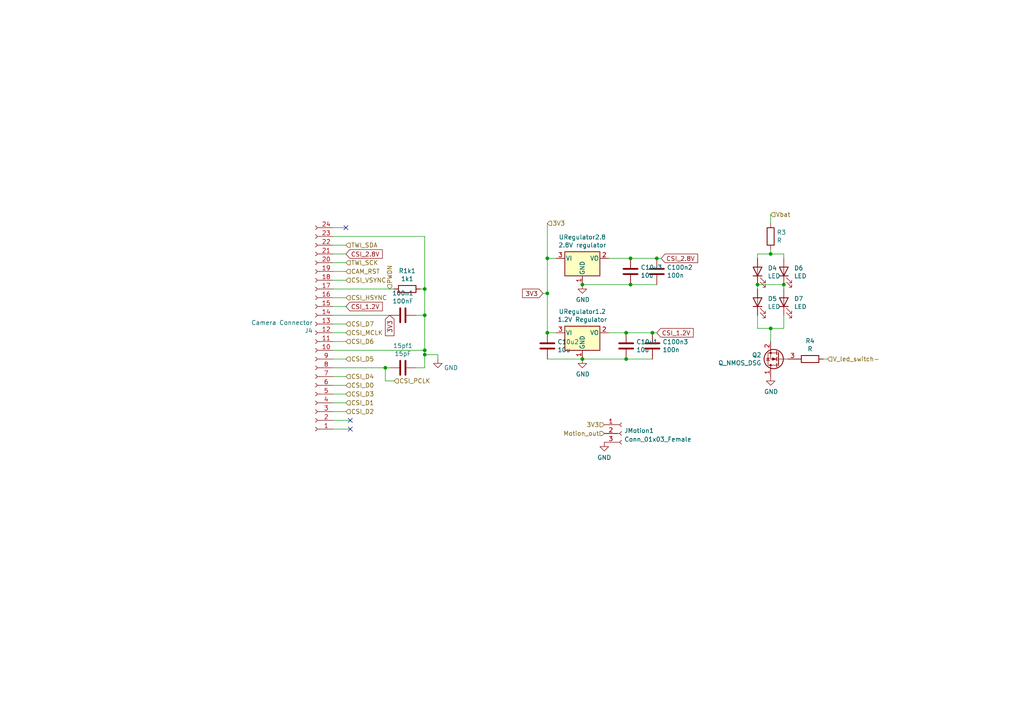
<source format=kicad_sch>
(kicad_sch (version 20211123) (generator eeschema)
  (paper "A4")
  (lib_symbols
    (symbol "Connector:Conn_01x03_Female" (pin_names (offset 1.016) hide)
      (property "Reference" "J" (at 0 5.08 0))
      (property "Value" "Conn_01x03_Female" (at 0 -5.08 0))
      (symbol "Conn_01x03_Female_1_1"
        (arc (start 0 -2.032) (mid -0.508 -2.54) (end 0 -3.048) (stroke (width 0.1524)))
        (polyline (pts (xy -1.27 -2.54) (xy -0.508 -2.54)) (stroke (width 0.1524)))
        (polyline (pts (xy -1.27 0) (xy -0.508 0)) (stroke (width 0.1524)))
        (polyline (pts (xy -1.27 2.54) (xy -0.508 2.54)) (stroke (width 0.1524)))
        (arc (start 0 0.508) (mid -0.508 0) (end 0 -0.508) (stroke (width 0.1524)))
        (arc (start 0 3.048) (mid -0.508 2.54) (end 0 2.032) (stroke (width 0.1524)))
        (pin passive line (at -5.08 2.54 0) (length 3.81) (name "Pin_1") (number "1"))
        (pin passive line (at -5.08 0 0) (length 3.81) (name "Pin_2") (number "2"))
        (pin passive line (at -5.08 -2.54 0) (length 3.81) (name "Pin_3") (number "3"))
      )
    )
    (symbol "Connector:Conn_01x24_Female" (pin_names (offset 1.016) hide)
      (property "Reference" "J" (at 0 30.48 0))
      (property "Value" "Conn_01x24_Female" (at 0 -33.02 0))
      (symbol "Conn_01x24_Female_1_1"
        (arc (start 0 -29.972) (mid -0.508 -30.48) (end 0 -30.988) (stroke (width 0.1524)))
        (arc (start 0 -27.432) (mid -0.508 -27.94) (end 0 -28.448) (stroke (width 0.1524)))
        (arc (start 0 -24.892) (mid -0.508 -25.4) (end 0 -25.908) (stroke (width 0.1524)))
        (arc (start 0 -22.352) (mid -0.508 -22.86) (end 0 -23.368) (stroke (width 0.1524)))
        (arc (start 0 -19.812) (mid -0.508 -20.32) (end 0 -20.828) (stroke (width 0.1524)))
        (arc (start 0 -17.272) (mid -0.508 -17.78) (end 0 -18.288) (stroke (width 0.1524)))
        (arc (start 0 -14.732) (mid -0.508 -15.24) (end 0 -15.748) (stroke (width 0.1524)))
        (arc (start 0 -12.192) (mid -0.508 -12.7) (end 0 -13.208) (stroke (width 0.1524)))
        (arc (start 0 -9.652) (mid -0.508 -10.16) (end 0 -10.668) (stroke (width 0.1524)))
        (arc (start 0 -7.112) (mid -0.508 -7.62) (end 0 -8.128) (stroke (width 0.1524)))
        (arc (start 0 -4.572) (mid -0.508 -5.08) (end 0 -5.588) (stroke (width 0.1524)))
        (arc (start 0 -2.032) (mid -0.508 -2.54) (end 0 -3.048) (stroke (width 0.1524)))
        (polyline (pts (xy -1.27 -30.48) (xy -0.508 -30.48)) (stroke (width 0.1524)))
        (polyline (pts (xy -1.27 -27.94) (xy -0.508 -27.94)) (stroke (width 0.1524)))
        (polyline (pts (xy -1.27 -25.4) (xy -0.508 -25.4)) (stroke (width 0.1524)))
        (polyline (pts (xy -1.27 -22.86) (xy -0.508 -22.86)) (stroke (width 0.1524)))
        (polyline (pts (xy -1.27 -20.32) (xy -0.508 -20.32)) (stroke (width 0.1524)))
        (polyline (pts (xy -1.27 -17.78) (xy -0.508 -17.78)) (stroke (width 0.1524)))
        (polyline (pts (xy -1.27 -15.24) (xy -0.508 -15.24)) (stroke (width 0.1524)))
        (polyline (pts (xy -1.27 -12.7) (xy -0.508 -12.7)) (stroke (width 0.1524)))
        (polyline (pts (xy -1.27 -10.16) (xy -0.508 -10.16)) (stroke (width 0.1524)))
        (polyline (pts (xy -1.27 -7.62) (xy -0.508 -7.62)) (stroke (width 0.1524)))
        (polyline (pts (xy -1.27 -5.08) (xy -0.508 -5.08)) (stroke (width 0.1524)))
        (polyline (pts (xy -1.27 -2.54) (xy -0.508 -2.54)) (stroke (width 0.1524)))
        (polyline (pts (xy -1.27 0) (xy -0.508 0)) (stroke (width 0.1524)))
        (polyline (pts (xy -1.27 2.54) (xy -0.508 2.54)) (stroke (width 0.1524)))
        (polyline (pts (xy -1.27 5.08) (xy -0.508 5.08)) (stroke (width 0.1524)))
        (polyline (pts (xy -1.27 7.62) (xy -0.508 7.62)) (stroke (width 0.1524)))
        (polyline (pts (xy -1.27 10.16) (xy -0.508 10.16)) (stroke (width 0.1524)))
        (polyline (pts (xy -1.27 12.7) (xy -0.508 12.7)) (stroke (width 0.1524)))
        (polyline (pts (xy -1.27 15.24) (xy -0.508 15.24)) (stroke (width 0.1524)))
        (polyline (pts (xy -1.27 17.78) (xy -0.508 17.78)) (stroke (width 0.1524)))
        (polyline (pts (xy -1.27 20.32) (xy -0.508 20.32)) (stroke (width 0.1524)))
        (polyline (pts (xy -1.27 22.86) (xy -0.508 22.86)) (stroke (width 0.1524)))
        (polyline (pts (xy -1.27 25.4) (xy -0.508 25.4)) (stroke (width 0.1524)))
        (polyline (pts (xy -1.27 27.94) (xy -0.508 27.94)) (stroke (width 0.1524)))
        (arc (start 0 0.508) (mid -0.508 0) (end 0 -0.508) (stroke (width 0.1524)))
        (arc (start 0 3.048) (mid -0.508 2.54) (end 0 2.032) (stroke (width 0.1524)))
        (arc (start 0 5.588) (mid -0.508 5.08) (end 0 4.572) (stroke (width 0.1524)))
        (arc (start 0 8.128) (mid -0.508 7.62) (end 0 7.112) (stroke (width 0.1524)))
        (arc (start 0 10.668) (mid -0.508 10.16) (end 0 9.652) (stroke (width 0.1524)))
        (arc (start 0 13.208) (mid -0.508 12.7) (end 0 12.192) (stroke (width 0.1524)))
        (arc (start 0 15.748) (mid -0.508 15.24) (end 0 14.732) (stroke (width 0.1524)))
        (arc (start 0 18.288) (mid -0.508 17.78) (end 0 17.272) (stroke (width 0.1524)))
        (arc (start 0 20.828) (mid -0.508 20.32) (end 0 19.812) (stroke (width 0.1524)))
        (arc (start 0 23.368) (mid -0.508 22.86) (end 0 22.352) (stroke (width 0.1524)))
        (arc (start 0 25.908) (mid -0.508 25.4) (end 0 24.892) (stroke (width 0.1524)))
        (arc (start 0 28.448) (mid -0.508 27.94) (end 0 27.432) (stroke (width 0.1524)))
        (pin passive line (at -5.08 27.94 0) (length 3.81) (name "Pin_1") (number "1"))
        (pin passive line (at -5.08 5.08 0) (length 3.81) (name "Pin_10") (number "10"))
        (pin passive line (at -5.08 2.54 0) (length 3.81) (name "Pin_11") (number "11"))
        (pin passive line (at -5.08 0 0) (length 3.81) (name "Pin_12") (number "12"))
        (pin passive line (at -5.08 -2.54 0) (length 3.81) (name "Pin_13") (number "13"))
        (pin passive line (at -5.08 -5.08 0) (length 3.81) (name "Pin_14") (number "14"))
        (pin passive line (at -5.08 -7.62 0) (length 3.81) (name "Pin_15") (number "15"))
        (pin passive line (at -5.08 -10.16 0) (length 3.81) (name "Pin_16") (number "16"))
        (pin passive line (at -5.08 -12.7 0) (length 3.81) (name "Pin_17") (number "17"))
        (pin passive line (at -5.08 -15.24 0) (length 3.81) (name "Pin_18") (number "18"))
        (pin passive line (at -5.08 -17.78 0) (length 3.81) (name "Pin_19") (number "19"))
        (pin passive line (at -5.08 25.4 0) (length 3.81) (name "Pin_2") (number "2"))
        (pin passive line (at -5.08 -20.32 0) (length 3.81) (name "Pin_20") (number "20"))
        (pin passive line (at -5.08 -22.86 0) (length 3.81) (name "Pin_21") (number "21"))
        (pin passive line (at -5.08 -25.4 0) (length 3.81) (name "Pin_22") (number "22"))
        (pin passive line (at -5.08 -27.94 0) (length 3.81) (name "Pin_23") (number "23"))
        (pin passive line (at -5.08 -30.48 0) (length 3.81) (name "Pin_24") (number "24"))
        (pin passive line (at -5.08 22.86 0) (length 3.81) (name "Pin_3") (number "3"))
        (pin passive line (at -5.08 20.32 0) (length 3.81) (name "Pin_4") (number "4"))
        (pin passive line (at -5.08 17.78 0) (length 3.81) (name "Pin_5") (number "5"))
        (pin passive line (at -5.08 15.24 0) (length 3.81) (name "Pin_6") (number "6"))
        (pin passive line (at -5.08 12.7 0) (length 3.81) (name "Pin_7") (number "7"))
        (pin passive line (at -5.08 10.16 0) (length 3.81) (name "Pin_8") (number "8"))
        (pin passive line (at -5.08 7.62 0) (length 3.81) (name "Pin_9") (number "9"))
      )
    )
    (symbol "Device:C" (pin_numbers hide) (pin_names (offset 0.254))
      (property "Reference" "C" (at 0.635 2.54 0))
      (property "Value" "C" (at 0.635 -2.54 0))
      (symbol "C_0_1"
        (polyline (pts (xy -2.032 -0.762) (xy 2.032 -0.762)) (stroke (width 0.508)))
        (polyline (pts (xy -2.032 0.762) (xy 2.032 0.762)) (stroke (width 0.508)))
      )
      (symbol "C_1_1"
        (pin passive line (at 0 3.81 270) (length 2.794) (name "~") (number "1"))
        (pin passive line (at 0 -3.81 90) (length 2.794) (name "~") (number "2"))
      )
    )
    (symbol "Device:LED" (pin_numbers hide) (pin_names (offset 1.016) hide)
      (property "Reference" "D" (at 0 2.54 0))
      (property "Value" "LED" (at 0 -2.54 0))
      (symbol "LED_0_1"
        (polyline (pts (xy -1.27 -1.27) (xy -1.27 1.27)) (stroke (width 0.254)))
        (polyline (pts (xy -1.27 0) (xy 1.27 0)))
        (polyline (pts (xy 1.27 -1.27) (xy 1.27 1.27) (xy -1.27 0) (xy 1.27 -1.27)) (stroke (width 0.254)))
        (polyline (pts (xy -3.048 -0.762) (xy -4.572 -2.286) (xy -3.81 -2.286) (xy -4.572 -2.286) (xy -4.572 -1.524)))
        (polyline (pts (xy -1.778 -0.762) (xy -3.302 -2.286) (xy -2.54 -2.286) (xy -3.302 -2.286) (xy -3.302 -1.524)))
      )
      (symbol "LED_1_1"
        (pin passive line (at -3.81 0 0) (length 2.54) (name "K") (number "1"))
        (pin passive line (at 3.81 0 180) (length 2.54) (name "A") (number "2"))
      )
    )
    (symbol "Device:Q_NMOS_DSG" (pin_names (offset 0) hide)
      (property "Reference" "Q" (at 5.08 1.27 0))
      (property "Value" "Q_NMOS_DSG" (at 5.08 -1.27 0))
      (symbol "Q_NMOS_DSG_0_1"
        (polyline (pts (xy 0.254 0) (xy -2.54 0)))
        (polyline (pts (xy 0.254 1.905) (xy 0.254 -1.905)) (stroke (width 0.254)))
        (polyline (pts (xy 0.762 -1.27) (xy 0.762 -2.286)) (stroke (width 0.254)))
        (polyline (pts (xy 0.762 0.508) (xy 0.762 -0.508)) (stroke (width 0.254)))
        (polyline (pts (xy 0.762 2.286) (xy 0.762 1.27)) (stroke (width 0.254)))
        (polyline (pts (xy 2.54 2.54) (xy 2.54 1.778)))
        (polyline (pts (xy 2.54 -2.54) (xy 2.54 0) (xy 0.762 0)))
        (polyline (pts (xy 0.762 -1.778) (xy 3.302 -1.778) (xy 3.302 1.778) (xy 0.762 1.778)))
        (polyline (pts (xy 1.016 0) (xy 2.032 0.381) (xy 2.032 -0.381) (xy 1.016 0)) (fill (type outline)))
        (polyline (pts (xy 2.794 0.508) (xy 2.921 0.381) (xy 3.683 0.381) (xy 3.81 0.254)))
        (polyline (pts (xy 3.302 0.381) (xy 2.921 -0.254) (xy 3.683 -0.254) (xy 3.302 0.381)))
        (circle (center 1.651 0) (radius 2.794) (stroke (width 0.254)))
        (circle (center 2.54 -1.778) (radius 0.254) (fill (type outline)))
        (circle (center 2.54 1.778) (radius 0.254) (fill (type outline)))
      )
      (symbol "Q_NMOS_DSG_1_1"
        (pin passive line (at 2.54 5.08 270) (length 2.54) (name "D") (number "1"))
        (pin passive line (at 2.54 -5.08 90) (length 2.54) (name "S") (number "2"))
        (pin input line (at -5.08 0 0) (length 2.54) (name "G") (number "3"))
      )
    )
    (symbol "Device:R" (pin_numbers hide) (pin_names (offset 0))
      (property "Reference" "R" (at 2.032 0 90))
      (property "Value" "R" (at 0 0 90))
      (symbol "R_0_1"
        (rectangle (start -1.016 -2.54) (end 1.016 2.54) (stroke (width 0.254)))
      )
      (symbol "R_1_1"
        (pin passive line (at 0 3.81 270) (length 1.27) (name "~") (number "1"))
        (pin passive line (at 0 -3.81 90) (length 1.27) (name "~") (number "2"))
      )
    )
    (symbol "Regulator_Linear:XC6206PxxxMR" (pin_names (offset 0.254))
      (property "Reference" "U" (at -3.81 3.175 0))
      (property "Value" "XC6206PxxxMR" (at 0 3.175 0))
      (symbol "XC6206PxxxMR_0_1"
        (rectangle (start -5.08 1.905) (end 5.08 -5.08) (stroke (width 0.254)) (fill (type background)))
      )
      (symbol "XC6206PxxxMR_1_1"
        (pin power_in line (at 0 -7.62 90) (length 2.54) (name "GND") (number "1"))
        (pin power_out line (at 7.62 0 180) (length 2.54) (name "VO") (number "2"))
        (pin power_in line (at -7.62 0 0) (length 2.54) (name "VI") (number "3"))
      )
    )
    (symbol "power:GND" (power) (pin_names (offset 0))
      (property "Value" "GND" (at 0 -3.81 0))
      (symbol "GND_0_1"
        (polyline (pts (xy 0 0) (xy 0 -1.27) (xy 1.27 -1.27) (xy 0 -2.54) (xy -1.27 -1.27) (xy 0 -1.27)))
      )
      (symbol "GND_1_1"
        (pin power_in line (at 0 0 270) (length 0) hide (name "GND") (number "1"))
      )
    )
  )
  (junction (at 223.52 73.66))
  (junction (at 158.75 74.93))
  (junction (at 227.33 82.55))
  (junction (at 182.88 74.93))
  (junction (at 189.23 96.52))
  (junction (at 158.75 96.52))
  (junction (at 111.76 106.68))
  (junction (at 158.75 85.09))
  (junction (at 123.19 91.44))
  (junction (at 123.19 102.87))
  (junction (at 168.91 82.55))
  (junction (at 123.19 83.82))
  (junction (at 168.91 104.14))
  (junction (at 123.19 101.6))
  (junction (at 182.88 82.55))
  (junction (at 181.61 104.14))
  (junction (at 223.52 95.25))
  (junction (at 181.61 96.52))
  (junction (at 219.71 82.55))
  (junction (at 190.5 74.93))
  (no_connect (at 101.6 124.46))
  (no_connect (at 101.6 121.92))
  (no_connect (at 100.33 66.04))
  (wire (pts (xy 190.5 96.52) (xy 189.23 96.52)))
  (wire (pts (xy 158.75 104.14) (xy 168.91 104.14)))
  (wire (pts (xy 176.53 96.52) (xy 181.61 96.52)))
  (wire (pts (xy 238.76 104.14) (xy 240.03 104.14)))
  (wire (pts (xy 111.76 106.68) (xy 111.76 110.49)))
  (wire (pts (xy 123.19 83.82) (xy 123.19 91.44)))
  (wire (pts (xy 219.71 74.93) (xy 219.71 73.66)))
  (wire (pts (xy 113.03 106.68) (xy 111.76 106.68)))
  (wire (pts (xy 158.75 64.77) (xy 158.75 74.93)))
  (wire (pts (xy 120.65 91.44) (xy 123.19 91.44)))
  (wire (pts (xy 96.52 116.84) (xy 100.33 116.84)))
  (wire (pts (xy 182.88 82.55) (xy 190.5 82.55)))
  (wire (pts (xy 157.48 85.09) (xy 158.75 85.09)))
  (wire (pts (xy 158.75 96.52) (xy 158.75 85.09)))
  (wire (pts (xy 158.75 96.52) (xy 161.29 96.52)))
  (wire (pts (xy 227.33 82.55) (xy 227.33 83.82)))
  (wire (pts (xy 191.77 74.93) (xy 190.5 74.93)))
  (wire (pts (xy 219.71 73.66) (xy 223.52 73.66)))
  (wire (pts (xy 96.52 109.22) (xy 100.33 109.22)))
  (wire (pts (xy 127 104.14) (xy 127 102.87)))
  (wire (pts (xy 223.52 95.25) (xy 227.33 95.25)))
  (wire (pts (xy 219.71 95.25) (xy 223.52 95.25)))
  (wire (pts (xy 114.3 83.82) (xy 96.52 83.82)))
  (wire (pts (xy 96.52 119.38) (xy 100.33 119.38)))
  (wire (pts (xy 123.19 83.82) (xy 121.92 83.82)))
  (wire (pts (xy 219.71 83.82) (xy 219.71 82.55)))
  (wire (pts (xy 127 102.87) (xy 123.19 102.87)))
  (wire (pts (xy 111.76 106.68) (xy 96.52 106.68)))
  (wire (pts (xy 219.71 91.44) (xy 219.71 95.25)))
  (wire (pts (xy 96.52 76.2) (xy 100.33 76.2)))
  (wire (pts (xy 168.91 82.55) (xy 182.88 82.55)))
  (wire (pts (xy 101.6 121.92) (xy 96.52 121.92)))
  (wire (pts (xy 223.52 72.39) (xy 223.52 73.66)))
  (wire (pts (xy 189.23 104.14) (xy 181.61 104.14)))
  (wire (pts (xy 100.33 66.04) (xy 96.52 66.04)))
  (wire (pts (xy 96.52 86.36) (xy 100.33 86.36)))
  (wire (pts (xy 96.52 96.52) (xy 100.33 96.52)))
  (wire (pts (xy 96.52 68.58) (xy 123.19 68.58)))
  (wire (pts (xy 96.52 111.76) (xy 100.33 111.76)))
  (wire (pts (xy 96.52 78.74) (xy 100.33 78.74)))
  (wire (pts (xy 100.33 73.66) (xy 96.52 73.66)))
  (wire (pts (xy 227.33 95.25) (xy 227.33 91.44)))
  (wire (pts (xy 181.61 96.52) (xy 189.23 96.52)))
  (wire (pts (xy 111.76 110.49) (xy 114.3 110.49)))
  (wire (pts (xy 223.52 99.06) (xy 223.52 95.25)))
  (wire (pts (xy 123.19 91.44) (xy 123.19 101.6)))
  (wire (pts (xy 96.52 81.28) (xy 100.33 81.28)))
  (wire (pts (xy 120.65 106.68) (xy 123.19 106.68)))
  (wire (pts (xy 113.03 91.44) (xy 96.52 91.44)))
  (wire (pts (xy 158.75 74.93) (xy 161.29 74.93)))
  (wire (pts (xy 96.52 114.3) (xy 100.33 114.3)))
  (wire (pts (xy 96.52 99.06) (xy 100.33 99.06)))
  (wire (pts (xy 96.52 101.6) (xy 123.19 101.6)))
  (wire (pts (xy 181.61 104.14) (xy 168.91 104.14)))
  (wire (pts (xy 190.5 74.93) (xy 182.88 74.93)))
  (wire (pts (xy 123.19 102.87) (xy 123.19 106.68)))
  (wire (pts (xy 123.19 101.6) (xy 123.19 102.87)))
  (wire (pts (xy 223.52 62.23) (xy 223.52 64.77)))
  (wire (pts (xy 101.6 124.46) (xy 96.52 124.46)))
  (wire (pts (xy 96.52 93.98) (xy 100.33 93.98)))
  (wire (pts (xy 227.33 82.55) (xy 219.71 82.55)))
  (wire (pts (xy 227.33 73.66) (xy 227.33 74.93)))
  (wire (pts (xy 223.52 73.66) (xy 227.33 73.66)))
  (wire (pts (xy 176.53 74.93) (xy 182.88 74.93)))
  (wire (pts (xy 96.52 104.14) (xy 100.33 104.14)))
  (wire (pts (xy 158.75 74.93) (xy 158.75 85.09)))
  (wire (pts (xy 96.52 71.12) (xy 100.33 71.12)))
  (wire (pts (xy 100.33 88.9) (xy 96.52 88.9)))
  (wire (pts (xy 123.19 83.82) (xy 123.19 68.58)))
  (global_label "3V3" (shape input) (at 113.03 91.44 270) (property "Intersheet References" "${INTERSHEET_REFS}" (effects hide)))
  (global_label "CSI_1.2V" (shape input) (at 100.33 88.9 0) (property "Intersheet References" "${INTERSHEET_REFS}" (effects hide)))
  (global_label "CSI_2.8V" (shape input) (at 100.33 73.66 0) (property "Intersheet References" "${INTERSHEET_REFS}" (effects hide)))
  (global_label "CSI_1.2V" (shape input) (at 190.5 96.52 0) (property "Intersheet References" "${INTERSHEET_REFS}" (effects hide)))
  (global_label "3V3" (shape input) (at 157.48 85.09 180) (property "Intersheet References" "${INTERSHEET_REFS}" (effects hide)))
  (global_label "CSI_2.8V" (shape input) (at 191.77 74.93 0) (property "Intersheet References" "${INTERSHEET_REFS}" (effects hide)))
  (hierarchical_label "CSI_D6" (shape input) (at 100.33 99.06 0))
  (hierarchical_label "CSI_D7" (shape input) (at 100.33 93.98 0))
  (hierarchical_label "TWI_SDA" (shape input) (at 100.33 71.12 0))
  (hierarchical_label "CSI_D2" (shape input) (at 100.33 119.38 0))
  (hierarchical_label "3V3" (shape input) (at 158.75 64.77 0))
  (hierarchical_label "CSI_D5" (shape input) (at 100.33 104.14 0))
  (hierarchical_label "Motion_out" (shape input) (at 175.26 125.73 180))
  (hierarchical_label "V_led_switch-" (shape input) (at 240.03 104.14 0))
  (hierarchical_label "CSI_D0" (shape input) (at 100.33 111.76 0))
  (hierarchical_label "CAM_RST" (shape input) (at 100.33 78.74 0))
  (hierarchical_label "CSI_VSYNC" (shape input) (at 100.33 81.28 0))
  (hierarchical_label "CSI_D3" (shape input) (at 100.33 114.3 0))
  (hierarchical_label "TWI_SCK" (shape input) (at 100.33 76.2 0))
  (hierarchical_label "3V3" (shape input) (at 175.26 123.19 180))
  (hierarchical_label "CSI_HSYNC" (shape input) (at 100.33 86.36 0))
  (hierarchical_label "CSI_D4" (shape input) (at 100.33 109.22 0))
  (hierarchical_label "CSI_MCLK" (shape input) (at 100.33 96.52 0))
  (hierarchical_label "CSI_D1" (shape input) (at 100.33 116.84 0))
  (hierarchical_label "PWDN" (shape input) (at 113.03 83.82 90))
  (hierarchical_label "CSI_PCLK" (shape input) (at 114.3 110.49 0))
  (hierarchical_label "Vbat" (shape input) (at 223.52 62.23 0))
  (symbol (lib_id "Device:R") (at 234.95 104.14 270) (unit 1)
    (property "Reference" "R4" (at 234.95 98.8822 90))
    (property "Value" "R" (at 234.95 101.1936 90))
    (property "Footprint" "Resistor_THT:R_Axial_DIN0207_L6.3mm_D2.5mm_P10.16mm_Horizontal" (effects hide))
  )
  (symbol (lib_id "Device:Q_NMOS_DSG") (at 226.06 104.14 180) (unit 1)
    (property "Reference" "Q2" (at 220.853 102.9716 0) (effects (justify left)))
    (property "Value" "Q_NMOS_DSG" (at 220.853 105.283 0) (effects (justify left)))
    (property "Footprint" "Package_TO_SOT_THT:TO-92L_Inline" (effects hide))
  )
  (symbol (lib_id "power:GND") (at 223.52 109.22 0) (unit 1)
    (property "Reference" "#PWR0104" (effects hide))
    (property "Value" "GND" (at 223.647 113.6142 0))
  )
  (symbol (lib_id "Device:LED") (at 219.71 87.63 90) (unit 1)
    (property "Reference" "D5" (at 222.6818 86.6394 90) (effects (justify right)))
    (property "Value" "LED" (at 222.6818 88.9508 90) (effects (justify right)))
    (property "Footprint" "LED:SFH 4253" (effects hide))
  )
  (symbol (lib_id "Device:LED") (at 227.33 87.63 90) (unit 1)
    (property "Reference" "D7" (at 230.3018 86.6394 90) (effects (justify right)))
    (property "Value" "LED" (at 230.3018 88.9508 90) (effects (justify right)))
    (property "Footprint" "LED:SFH 4253" (effects hide))
  )
  (symbol (lib_id "Device:LED") (at 219.71 78.74 90) (unit 1)
    (property "Reference" "D4" (at 222.6818 77.7494 90) (effects (justify right)))
    (property "Value" "LED" (at 222.6818 80.0608 90) (effects (justify right)))
    (property "Footprint" "LED:SFH 4253" (effects hide))
  )
  (symbol (lib_id "Device:LED") (at 227.33 78.74 90) (unit 1)
    (property "Reference" "D6" (at 230.3018 77.7494 90) (effects (justify right)))
    (property "Value" "LED" (at 230.3018 80.0608 90) (effects (justify right)))
    (property "Footprint" "LED:SFH 4253" (effects hide))
  )
  (symbol (lib_id "Connector:Conn_01x24_Female") (at 91.44 96.52 180) (unit 1)
    (property "Reference" "J4" (at 90.7288 95.9104 0) (effects (justify left)))
    (property "Value" "Camera Connector" (at 90.7288 93.599 0) (effects (justify left)))
    (property "Footprint" "Connector_FFC-FPC:Hirose_FH12-24S-0.5SH_1x24-1MP_P0.50mm_Horizontal" (effects hide))
  )
  (symbol (lib_id "power:GND") (at 127 104.14 0) (unit 1)
    (property "Reference" "#PWR0107" (effects hide))
    (property "Value" "GND" (at 130.81 106.68 0))
  )
  (symbol (lib_id "Device:R") (at 223.52 68.58 0) (unit 1)
    (property "Reference" "R3" (at 225.298 67.4116 0) (effects (justify left)))
    (property "Value" "R" (at 225.298 69.723 0) (effects (justify left)))
    (property "Footprint" "Resistor_THT:R_Axial_DIN0207_L6.3mm_D2.5mm_P10.16mm_Horizontal" (effects hide))
  )
  (symbol (lib_id "Device:C") (at 116.84 106.68 270) (unit 1)
    (property "Reference" "15pf1" (at 116.84 100.2792 90))
    (property "Value" "15pF" (at 116.84 102.5906 90))
    (property "Footprint" "Capacitor_THT:C_Axial_L5.1mm_D3.1mm_P7.50mm_Horizontal" (effects hide))
  )
  (symbol (lib_id "Device:C") (at 116.84 91.44 270) (unit 1)
    (property "Reference" "100n1" (at 116.84 85.0392 90))
    (property "Value" "100nF" (at 116.84 87.3506 90))
    (property "Footprint" "Capacitor_THT:C_Axial_L5.1mm_D3.1mm_P7.50mm_Horizontal" (effects hide))
  )
  (symbol (lib_id "Device:R") (at 118.11 83.82 270) (unit 1)
    (property "Reference" "R1k1" (at 118.11 78.5622 90))
    (property "Value" "1k1" (at 118.11 80.8736 90))
    (property "Footprint" "Resistor_THT:R_Axial_DIN0207_L6.3mm_D2.5mm_P10.16mm_Horizontal" (effects hide))
  )
  (symbol (lib_id "Regulator_Linear:XC6206PxxxMR") (at 168.91 74.93 0) (unit 1)
    (property "Reference" "URegulator2.8" (at 168.91 68.7832 0))
    (property "Value" "2.8V regulator" (at 168.91 71.0946 0))
    (property "Footprint" "Package_TO_SOT_THT:TO-92" (effects hide))
    (property "Datasheet" "https://www.torexsemi.com/file/xc6206/XC6206.pdf" (effects hide))
  )
  (symbol (lib_id "Regulator_Linear:XC6206PxxxMR") (at 168.91 96.52 0) (unit 1)
    (property "Reference" "URegulator1.2" (at 168.91 90.3732 0))
    (property "Value" "1.2V Regulator" (at 168.91 92.6846 0))
    (property "Footprint" "Package_TO_SOT_THT:TO-92" (effects hide))
    (property "Datasheet" "https://www.torexsemi.com/file/xc6206/XC6206.pdf" (effects hide))
  )
  (symbol (lib_id "power:GND") (at 168.91 82.55 0) (unit 1)
    (property "Reference" "#PWR0105" (effects hide))
    (property "Value" "GND" (at 169.037 86.9442 0))
  )
  (symbol (lib_id "power:GND") (at 168.91 104.14 0) (unit 1)
    (property "Reference" "#PWR0106" (effects hide))
    (property "Value" "GND" (at 169.037 108.5342 0))
  )
  (symbol (lib_id "Device:C") (at 158.75 100.33 0) (unit 1)
    (property "Reference" "C10u2" (at 161.671 99.1616 0) (effects (justify left)))
    (property "Value" "10u" (at 161.671 101.473 0) (effects (justify left)))
    (property "Footprint" "Capacitor_THT:C_Axial_L5.1mm_D3.1mm_P7.50mm_Horizontal" (effects hide))
  )
  (symbol (lib_id "Device:C") (at 182.88 78.74 0) (unit 1)
    (property "Reference" "C10u3" (at 185.801 77.5716 0) (effects (justify left)))
    (property "Value" "10u" (at 185.801 79.883 0) (effects (justify left)))
    (property "Footprint" "Capacitor_THT:C_Axial_L5.1mm_D3.1mm_P7.50mm_Horizontal" (effects hide))
  )
  (symbol (lib_id "Device:C") (at 190.5 78.74 0) (unit 1)
    (property "Reference" "C100n2" (at 193.421 77.5716 0) (effects (justify left)))
    (property "Value" "100n" (at 193.421 79.883 0) (effects (justify left)))
    (property "Footprint" "Capacitor_THT:C_Axial_L5.1mm_D3.1mm_P7.50mm_Horizontal" (effects hide))
  )
  (symbol (lib_id "Device:C") (at 181.61 100.33 0) (unit 1)
    (property "Reference" "C10u1" (at 184.531 99.1616 0) (effects (justify left)))
    (property "Value" "10u" (at 184.531 101.473 0) (effects (justify left)))
    (property "Footprint" "Capacitor_THT:C_Axial_L5.1mm_D3.1mm_P7.50mm_Horizontal" (effects hide))
  )
  (symbol (lib_id "Device:C") (at 189.23 100.33 0) (unit 1)
    (property "Reference" "C100n3" (at 192.151 99.1616 0) (effects (justify left)))
    (property "Value" "100n" (at 192.151 101.473 0) (effects (justify left)))
    (property "Footprint" "Capacitor_THT:C_Axial_L5.1mm_D3.1mm_P7.50mm_Horizontal" (effects hide))
  )
  (symbol (lib_id "Connector:Conn_01x03_Female") (at 180.34 125.73 0) (unit 1)
    (property "Reference" "JMotion1" (at 181.0512 124.8953 0) (effects (justify left)))
    (property "Value" "Conn_01x03_Female" (at 181.0512 127.4322 0) (effects (justify left)))
    (property "Footprint" "Connector_PinHeader_2.54mm:PinHeader_1x03_P2.54mm_Vertical" (effects hide))
  )
  (symbol (lib_id "power:GND") (at 175.26 128.27 0) (unit 1)
    (property "Reference" "#PWR0101" (effects hide))
    (property "Value" "GND" (at 175.26 132.7134 0))
  )
)
</source>
